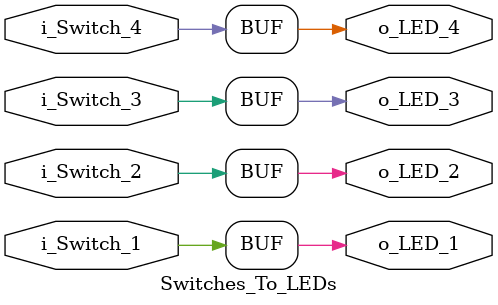
<source format=v>
module Switches_To_LEDs
(
    input i_Switch_1,
    input i_Switch_2,
    input i_Switch_3,
    input i_Switch_4,
    output o_LED_1,
    output o_LED_2,
    output o_LED_3,
    output o_LED_4
);

assign o_LED_1 = i_Switch_1;
assign o_LED_2 = i_Switch_2;
assign o_LED_3 = i_Switch_3;
assign o_LED_4 = i_Switch_4;

endmodule
</source>
